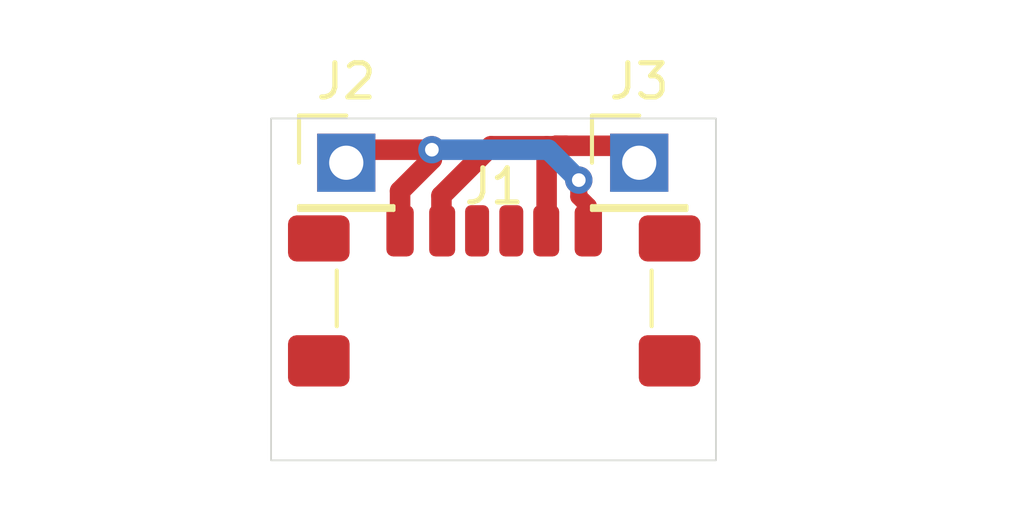
<source format=kicad_pcb>
(kicad_pcb (version 20241229) (generator "pcbnew") (generator_version "9.0")
  (layers (0 "F.Cu" signal) (2 "B.Cu" signal) (13 "F.Paste" user) (15 "B.Paste" user) (5 "F.SilkS" user "F.Silkscreen") (7 "B.SilkS" user "B.Silkscreen") (1 "F.Mask" user) (3 "B.Mask" user) (25 "Edge.Cuts" user))
  (net 0 "")
  (net 4 "Net-(J3-Pin_1)")
  (net 5 "Net-(J2-Pin_1)")
  (footprint "Connector_PinHeader_2.54mm:PinHeader_1x01_P2.54mm_Vertical" (layer "F.Cu") (at 91.8845 85.6742)
    (property "Reference" "J2" (at 0 -2.38 0) (layer "F.SilkS"))
    (property "Value" "Conn_01x01_Pin")
    (fp_line (start -1.38 -1.38) (end 0 -1.38) (stroke (width 0.12)) (layer "F.SilkS"))
    (fp_line (start -1.38 0) (end -1.38 -1.38) (stroke (width 0.12)) (layer "F.SilkS"))
    (fp_line (start -1.38 1.27) (end -1.38 1.38) (stroke (width 0.12)) (layer "F.SilkS"))
    (fp_line (start -1.38 1.27) (end 1.38 1.27) (stroke (width 0.12)) (layer "F.SilkS"))
    (fp_line (start -1.38 1.38) (end 1.38 1.38) (stroke (width 0.12)) (layer "F.SilkS"))
    (fp_line (start 1.38 1.27) (end 1.38 1.38) (stroke (width 0.12)) (layer "F.SilkS"))
    (pad "1" thru_hole rect (at 0 0) (size 1.7 1.7) (drill 1) (layers "*.Cu" "*.Mask") (net 5 "Net-(J2-Pin_1)"))
  )
  (footprint "Connector_PinHeader_2.54mm:PinHeader_1x01_P2.54mm_Vertical" (layer "F.Cu") (at 100.4443 85.6742)
    (property "Reference" "J3" (at 0 -2.38 0) (layer "F.SilkS"))
    (property "Value" "Conn_01x01_Pin")
    (fp_line (start -1.38 -1.38) (end 0 -1.38) (stroke (width 0.12)) (layer "F.SilkS"))
    (fp_line (start -1.38 0) (end -1.38 -1.38) (stroke (width 0.12)) (layer "F.SilkS"))
    (fp_line (start -1.38 1.27) (end -1.38 1.38) (stroke (width 0.12)) (layer "F.SilkS"))
    (fp_line (start -1.38 1.27) (end 1.38 1.27) (stroke (width 0.12)) (layer "F.SilkS"))
    (fp_line (start -1.38 1.38) (end 1.38 1.38) (stroke (width 0.12)) (layer "F.SilkS"))
    (fp_line (start 1.38 1.27) (end 1.38 1.38) (stroke (width 0.12)) (layer "F.SilkS"))
    (pad "1" thru_hole rect (at 0 0) (size 1.7 1.7) (drill 1) (layers "*.Cu" "*.Mask") (net 4 "Net-(J3-Pin_1)"))
  )
  (footprint "Connector_USB:USB_C_Receptacle_GCT_USB4135-GF-A_6P_TopMnt_Horizontal" (layer "F.Cu") (at 96.2072 90.8657)
    (property "Reference" "J1" (at 0 -4.5 0) (layer "F.SilkS"))
    (property "Value" "USB_C_Receptacle_PowerOnly_6P")
    (fp_line (start -4.6 -2.04) (end -4.6 -0.41) (stroke (width 0.12)) (layer "F.SilkS"))
    (fp_line (start 4.6 -2.04) (end 4.6 -0.41) (stroke (width 0.12)) (layer "F.SilkS"))
    (pad "A5" smd roundrect (at -0.5 -3.2) (size 0.7 1.5) (layers "F.Cu" "F.Mask" "F.Paste"))
    (pad "A9" smd roundrect (at 1.52 -3.2 180) (size 0.76 1.5) (layers "F.Cu" "F.Mask" "F.Paste") (net 4 "Net-(J3-Pin_1)"))
    (pad "A12" smd roundrect (at 2.75 -3.2 180) (size 0.8 1.5) (layers "F.Cu" "F.Mask" "F.Paste") (net 5 "Net-(J2-Pin_1)"))
    (pad "B5" smd roundrect (at 0.5 -3.2 180) (size 0.7 1.5) (layers "F.Cu" "F.Mask" "F.Paste"))
    (pad "B9" smd roundrect (at -1.52 -3.2) (size 0.76 1.5) (layers "F.Cu" "F.Mask" "F.Paste") (net 4 "Net-(J3-Pin_1)"))
    (pad "B12" smd roundrect (at -2.75 -3.2) (size 0.8 1.5) (layers "F.Cu" "F.Mask" "F.Paste") (net 5 "Net-(J2-Pin_1)"))
    (pad "S1" smd roundrect (at -5.125 -2.9775) (size 1.8 1.35) (layers "F.Cu" "F.Mask" "F.Paste") (roundrect_rratio 0.1851851852))
    (pad "S1" smd roundrect (at -5.125 0.6025) (size 1.8 1.5) (layers "F.Cu" "F.Mask" "F.Paste") (roundrect_rratio 0.1666666667))
    (pad "S1" smd roundrect (at 5.125 -2.9775) (size 1.8 1.35) (layers "F.Cu" "F.Mask" "F.Paste") (roundrect_rratio 0.1851851852))
    (pad "S1" smd roundrect (at 5.125 0.6025) (size 1.8 1.5) (layers "F.Cu" "F.Mask" "F.Paste") (roundrect_rratio 0.1666666667))
  )
  (gr_rect (start 89.6874 84.3788) (end 102.6874 94.3788) (stroke (width 0.05)) (fill no) (layer "Edge.Cuts"))
  (segment (start 94.6658 86.6394) (end 96.1136 85.1916) (width 0.6) (layer "F.Cu") (net 4))
  (segment (start 98.298 85.1788) (end 98.006 85.1788) (width 0.6) (layer "F.Cu") (net 4))
  (segment (start 99.9489 85.1788) (end 100.4443 85.6742) (width 0.6) (layer "F.Cu") (net 4))
  (segment (start 98.2852 85.1916) (end 98.298 85.1788) (width 0.6) (layer "F.Cu") (net 4))
  (segment (start 94.6658 87.6443) (end 94.6658 86.6394) (width 0.6) (layer "F.Cu") (net 4))
  (segment (start 94.6872 87.6657) (end 94.6658 87.6443) (width 0.2) (layer "F.Cu") (net 4))
  (segment (start 97.7392 87.6537) (end 97.7392 85.1916) (width 0.6) (layer "F.Cu") (net 4))
  (segment (start 98.006 85.1788) (end 99.9489 85.1788) (width 0.6) (layer "F.Cu") (net 4))
  (segment (start 97.7272 87.6657) (end 97.7392 87.6537) (width 0.6) (layer "F.Cu") (net 4))
  (segment (start 98.006 85.1788) (end 97.9678 85.217) (width 0.6) (layer "F.Cu") (net 4))
  (segment (start 96.1136 85.1916) (end 98.2852 85.1916) (width 0.6) (layer "F.Cu") (net 4))
  (segment (start 98.9572 86.943) (end 98.679 86.6648) (width 0.5) (layer "F.Cu") (net 5))
  (segment (start 98.9572 87.6657) (end 98.9572 86.943) (width 0.5) (layer "F.Cu") (net 5))
  (segment (start 94.3864 85.2932) (end 92.2655 85.2932) (width 0.6) (layer "F.Cu") (net 5))
  (segment (start 92.2655 85.2932) (end 91.8845 85.6742) (width 0.6) (layer "F.Cu") (net 5))
  (segment (start 93.4572 87.6657) (end 93.4572 86.5018) (width 0.6) (layer "F.Cu") (net 5))
  (segment (start 98.679 86.6648) (end 98.679 86.1822) (width 0.5) (layer "F.Cu") (net 5))
  (segment (start 93.4572 86.5018) (end 94.3864 85.5726) (width 0.6) (layer "F.Cu") (net 5))
  (segment (start 94.3864 85.5726) (end 94.3864 85.2932) (width 0.6) (layer "F.Cu") (net 5))
  (via (at 98.679 86.1822) (size 0.8) (drill 0.4) (layers "F.Cu" "B.Cu") (net 5))
  (via (at 94.3864 85.2932) (size 0.8) (drill 0.4) (layers "F.Cu" "B.Cu") (net 5))
  (segment (start 94.3864 85.2932) (end 97.79 85.2932) (width 0.6) (layer "B.Cu") (net 5))
  (segment (start 92.2655 85.2932) (end 91.8845 85.6742) (width 0.6) (layer "B.Cu") (net 5))
  (segment (start 97.79 85.2932) (end 98.679 86.1822) (width 0.6) (layer "B.Cu") (net 5))
)
</source>
